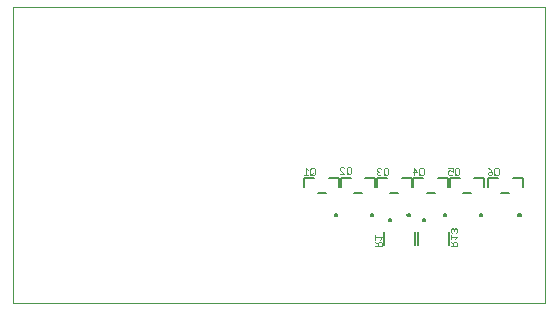
<source format=gbo>
G75*
%MOIN*%
%OFA0B0*%
%FSLAX25Y25*%
%IPPOS*%
%LPD*%
%AMOC8*
5,1,8,0,0,1.08239X$1,22.5*
%
%ADD10C,0.00000*%
%ADD11C,0.00787*%
%ADD12C,0.00500*%
%ADD13C,0.00200*%
D10*
X0050250Y0057425D02*
X0050250Y0155850D01*
X0227415Y0155850D01*
X0227415Y0057425D01*
X0050250Y0057425D01*
D11*
X0157376Y0086593D02*
X0157378Y0086632D01*
X0157384Y0086671D01*
X0157394Y0086709D01*
X0157407Y0086746D01*
X0157424Y0086781D01*
X0157444Y0086815D01*
X0157468Y0086846D01*
X0157495Y0086875D01*
X0157524Y0086901D01*
X0157556Y0086924D01*
X0157590Y0086944D01*
X0157626Y0086960D01*
X0157663Y0086972D01*
X0157702Y0086981D01*
X0157741Y0086986D01*
X0157780Y0086987D01*
X0157819Y0086984D01*
X0157858Y0086977D01*
X0157895Y0086966D01*
X0157932Y0086952D01*
X0157967Y0086934D01*
X0158000Y0086913D01*
X0158031Y0086888D01*
X0158059Y0086861D01*
X0158084Y0086831D01*
X0158106Y0086798D01*
X0158125Y0086764D01*
X0158140Y0086728D01*
X0158152Y0086690D01*
X0158160Y0086652D01*
X0158164Y0086613D01*
X0158164Y0086573D01*
X0158160Y0086534D01*
X0158152Y0086496D01*
X0158140Y0086458D01*
X0158125Y0086422D01*
X0158106Y0086388D01*
X0158084Y0086355D01*
X0158059Y0086325D01*
X0158031Y0086298D01*
X0158000Y0086273D01*
X0157967Y0086252D01*
X0157932Y0086234D01*
X0157895Y0086220D01*
X0157858Y0086209D01*
X0157819Y0086202D01*
X0157780Y0086199D01*
X0157741Y0086200D01*
X0157702Y0086205D01*
X0157663Y0086214D01*
X0157626Y0086226D01*
X0157590Y0086242D01*
X0157556Y0086262D01*
X0157524Y0086285D01*
X0157495Y0086311D01*
X0157468Y0086340D01*
X0157444Y0086371D01*
X0157424Y0086405D01*
X0157407Y0086440D01*
X0157394Y0086477D01*
X0157384Y0086515D01*
X0157378Y0086554D01*
X0157376Y0086593D01*
X0169492Y0086593D02*
X0169494Y0086632D01*
X0169500Y0086671D01*
X0169510Y0086709D01*
X0169523Y0086746D01*
X0169540Y0086781D01*
X0169560Y0086815D01*
X0169584Y0086846D01*
X0169611Y0086875D01*
X0169640Y0086901D01*
X0169672Y0086924D01*
X0169706Y0086944D01*
X0169742Y0086960D01*
X0169779Y0086972D01*
X0169818Y0086981D01*
X0169857Y0086986D01*
X0169896Y0086987D01*
X0169935Y0086984D01*
X0169974Y0086977D01*
X0170011Y0086966D01*
X0170048Y0086952D01*
X0170083Y0086934D01*
X0170116Y0086913D01*
X0170147Y0086888D01*
X0170175Y0086861D01*
X0170200Y0086831D01*
X0170222Y0086798D01*
X0170241Y0086764D01*
X0170256Y0086728D01*
X0170268Y0086690D01*
X0170276Y0086652D01*
X0170280Y0086613D01*
X0170280Y0086573D01*
X0170276Y0086534D01*
X0170268Y0086496D01*
X0170256Y0086458D01*
X0170241Y0086422D01*
X0170222Y0086388D01*
X0170200Y0086355D01*
X0170175Y0086325D01*
X0170147Y0086298D01*
X0170116Y0086273D01*
X0170083Y0086252D01*
X0170048Y0086234D01*
X0170011Y0086220D01*
X0169974Y0086209D01*
X0169935Y0086202D01*
X0169896Y0086199D01*
X0169857Y0086200D01*
X0169818Y0086205D01*
X0169779Y0086214D01*
X0169742Y0086226D01*
X0169706Y0086242D01*
X0169672Y0086262D01*
X0169640Y0086285D01*
X0169611Y0086311D01*
X0169584Y0086340D01*
X0169560Y0086371D01*
X0169540Y0086405D01*
X0169523Y0086440D01*
X0169510Y0086477D01*
X0169500Y0086515D01*
X0169494Y0086554D01*
X0169492Y0086593D01*
X0175488Y0084868D02*
X0175490Y0084907D01*
X0175496Y0084946D01*
X0175506Y0084984D01*
X0175519Y0085021D01*
X0175536Y0085056D01*
X0175556Y0085090D01*
X0175580Y0085121D01*
X0175607Y0085150D01*
X0175636Y0085176D01*
X0175668Y0085199D01*
X0175702Y0085219D01*
X0175738Y0085235D01*
X0175775Y0085247D01*
X0175814Y0085256D01*
X0175853Y0085261D01*
X0175892Y0085262D01*
X0175931Y0085259D01*
X0175970Y0085252D01*
X0176007Y0085241D01*
X0176044Y0085227D01*
X0176079Y0085209D01*
X0176112Y0085188D01*
X0176143Y0085163D01*
X0176171Y0085136D01*
X0176196Y0085106D01*
X0176218Y0085073D01*
X0176237Y0085039D01*
X0176252Y0085003D01*
X0176264Y0084965D01*
X0176272Y0084927D01*
X0176276Y0084888D01*
X0176276Y0084848D01*
X0176272Y0084809D01*
X0176264Y0084771D01*
X0176252Y0084733D01*
X0176237Y0084697D01*
X0176218Y0084663D01*
X0176196Y0084630D01*
X0176171Y0084600D01*
X0176143Y0084573D01*
X0176112Y0084548D01*
X0176079Y0084527D01*
X0176044Y0084509D01*
X0176007Y0084495D01*
X0175970Y0084484D01*
X0175931Y0084477D01*
X0175892Y0084474D01*
X0175853Y0084475D01*
X0175814Y0084480D01*
X0175775Y0084489D01*
X0175738Y0084501D01*
X0175702Y0084517D01*
X0175668Y0084537D01*
X0175636Y0084560D01*
X0175607Y0084586D01*
X0175580Y0084615D01*
X0175556Y0084646D01*
X0175536Y0084680D01*
X0175519Y0084715D01*
X0175506Y0084752D01*
X0175496Y0084790D01*
X0175490Y0084829D01*
X0175488Y0084868D01*
X0181608Y0086618D02*
X0181610Y0086657D01*
X0181616Y0086696D01*
X0181626Y0086734D01*
X0181639Y0086771D01*
X0181656Y0086806D01*
X0181676Y0086840D01*
X0181700Y0086871D01*
X0181727Y0086900D01*
X0181756Y0086926D01*
X0181788Y0086949D01*
X0181822Y0086969D01*
X0181858Y0086985D01*
X0181895Y0086997D01*
X0181934Y0087006D01*
X0181973Y0087011D01*
X0182012Y0087012D01*
X0182051Y0087009D01*
X0182090Y0087002D01*
X0182127Y0086991D01*
X0182164Y0086977D01*
X0182199Y0086959D01*
X0182232Y0086938D01*
X0182263Y0086913D01*
X0182291Y0086886D01*
X0182316Y0086856D01*
X0182338Y0086823D01*
X0182357Y0086789D01*
X0182372Y0086753D01*
X0182384Y0086715D01*
X0182392Y0086677D01*
X0182396Y0086638D01*
X0182396Y0086598D01*
X0182392Y0086559D01*
X0182384Y0086521D01*
X0182372Y0086483D01*
X0182357Y0086447D01*
X0182338Y0086413D01*
X0182316Y0086380D01*
X0182291Y0086350D01*
X0182263Y0086323D01*
X0182232Y0086298D01*
X0182199Y0086277D01*
X0182164Y0086259D01*
X0182127Y0086245D01*
X0182090Y0086234D01*
X0182051Y0086227D01*
X0182012Y0086224D01*
X0181973Y0086225D01*
X0181934Y0086230D01*
X0181895Y0086239D01*
X0181858Y0086251D01*
X0181822Y0086267D01*
X0181788Y0086287D01*
X0181756Y0086310D01*
X0181727Y0086336D01*
X0181700Y0086365D01*
X0181676Y0086396D01*
X0181656Y0086430D01*
X0181639Y0086465D01*
X0181626Y0086502D01*
X0181616Y0086540D01*
X0181610Y0086579D01*
X0181608Y0086618D01*
X0186738Y0084868D02*
X0186740Y0084907D01*
X0186746Y0084946D01*
X0186756Y0084984D01*
X0186769Y0085021D01*
X0186786Y0085056D01*
X0186806Y0085090D01*
X0186830Y0085121D01*
X0186857Y0085150D01*
X0186886Y0085176D01*
X0186918Y0085199D01*
X0186952Y0085219D01*
X0186988Y0085235D01*
X0187025Y0085247D01*
X0187064Y0085256D01*
X0187103Y0085261D01*
X0187142Y0085262D01*
X0187181Y0085259D01*
X0187220Y0085252D01*
X0187257Y0085241D01*
X0187294Y0085227D01*
X0187329Y0085209D01*
X0187362Y0085188D01*
X0187393Y0085163D01*
X0187421Y0085136D01*
X0187446Y0085106D01*
X0187468Y0085073D01*
X0187487Y0085039D01*
X0187502Y0085003D01*
X0187514Y0084965D01*
X0187522Y0084927D01*
X0187526Y0084888D01*
X0187526Y0084848D01*
X0187522Y0084809D01*
X0187514Y0084771D01*
X0187502Y0084733D01*
X0187487Y0084697D01*
X0187468Y0084663D01*
X0187446Y0084630D01*
X0187421Y0084600D01*
X0187393Y0084573D01*
X0187362Y0084548D01*
X0187329Y0084527D01*
X0187294Y0084509D01*
X0187257Y0084495D01*
X0187220Y0084484D01*
X0187181Y0084477D01*
X0187142Y0084474D01*
X0187103Y0084475D01*
X0187064Y0084480D01*
X0187025Y0084489D01*
X0186988Y0084501D01*
X0186952Y0084517D01*
X0186918Y0084537D01*
X0186886Y0084560D01*
X0186857Y0084586D01*
X0186830Y0084615D01*
X0186806Y0084646D01*
X0186786Y0084680D01*
X0186769Y0084715D01*
X0186756Y0084752D01*
X0186746Y0084790D01*
X0186740Y0084829D01*
X0186738Y0084868D01*
X0193724Y0086618D02*
X0193726Y0086657D01*
X0193732Y0086696D01*
X0193742Y0086734D01*
X0193755Y0086771D01*
X0193772Y0086806D01*
X0193792Y0086840D01*
X0193816Y0086871D01*
X0193843Y0086900D01*
X0193872Y0086926D01*
X0193904Y0086949D01*
X0193938Y0086969D01*
X0193974Y0086985D01*
X0194011Y0086997D01*
X0194050Y0087006D01*
X0194089Y0087011D01*
X0194128Y0087012D01*
X0194167Y0087009D01*
X0194206Y0087002D01*
X0194243Y0086991D01*
X0194280Y0086977D01*
X0194315Y0086959D01*
X0194348Y0086938D01*
X0194379Y0086913D01*
X0194407Y0086886D01*
X0194432Y0086856D01*
X0194454Y0086823D01*
X0194473Y0086789D01*
X0194488Y0086753D01*
X0194500Y0086715D01*
X0194508Y0086677D01*
X0194512Y0086638D01*
X0194512Y0086598D01*
X0194508Y0086559D01*
X0194500Y0086521D01*
X0194488Y0086483D01*
X0194473Y0086447D01*
X0194454Y0086413D01*
X0194432Y0086380D01*
X0194407Y0086350D01*
X0194379Y0086323D01*
X0194348Y0086298D01*
X0194315Y0086277D01*
X0194280Y0086259D01*
X0194243Y0086245D01*
X0194206Y0086234D01*
X0194167Y0086227D01*
X0194128Y0086224D01*
X0194089Y0086225D01*
X0194050Y0086230D01*
X0194011Y0086239D01*
X0193974Y0086251D01*
X0193938Y0086267D01*
X0193904Y0086287D01*
X0193872Y0086310D01*
X0193843Y0086336D01*
X0193816Y0086365D01*
X0193792Y0086396D01*
X0193772Y0086430D01*
X0193755Y0086465D01*
X0193742Y0086502D01*
X0193732Y0086540D01*
X0193726Y0086579D01*
X0193724Y0086618D01*
X0205840Y0086618D02*
X0205842Y0086657D01*
X0205848Y0086696D01*
X0205858Y0086734D01*
X0205871Y0086771D01*
X0205888Y0086806D01*
X0205908Y0086840D01*
X0205932Y0086871D01*
X0205959Y0086900D01*
X0205988Y0086926D01*
X0206020Y0086949D01*
X0206054Y0086969D01*
X0206090Y0086985D01*
X0206127Y0086997D01*
X0206166Y0087006D01*
X0206205Y0087011D01*
X0206244Y0087012D01*
X0206283Y0087009D01*
X0206322Y0087002D01*
X0206359Y0086991D01*
X0206396Y0086977D01*
X0206431Y0086959D01*
X0206464Y0086938D01*
X0206495Y0086913D01*
X0206523Y0086886D01*
X0206548Y0086856D01*
X0206570Y0086823D01*
X0206589Y0086789D01*
X0206604Y0086753D01*
X0206616Y0086715D01*
X0206624Y0086677D01*
X0206628Y0086638D01*
X0206628Y0086598D01*
X0206624Y0086559D01*
X0206616Y0086521D01*
X0206604Y0086483D01*
X0206589Y0086447D01*
X0206570Y0086413D01*
X0206548Y0086380D01*
X0206523Y0086350D01*
X0206495Y0086323D01*
X0206464Y0086298D01*
X0206431Y0086277D01*
X0206396Y0086259D01*
X0206359Y0086245D01*
X0206322Y0086234D01*
X0206283Y0086227D01*
X0206244Y0086224D01*
X0206205Y0086225D01*
X0206166Y0086230D01*
X0206127Y0086239D01*
X0206090Y0086251D01*
X0206054Y0086267D01*
X0206020Y0086287D01*
X0205988Y0086310D01*
X0205959Y0086336D01*
X0205932Y0086365D01*
X0205908Y0086396D01*
X0205888Y0086430D01*
X0205871Y0086465D01*
X0205858Y0086502D01*
X0205848Y0086540D01*
X0205842Y0086579D01*
X0205840Y0086618D01*
X0218581Y0086618D02*
X0218583Y0086657D01*
X0218589Y0086696D01*
X0218599Y0086734D01*
X0218612Y0086771D01*
X0218629Y0086806D01*
X0218649Y0086840D01*
X0218673Y0086871D01*
X0218700Y0086900D01*
X0218729Y0086926D01*
X0218761Y0086949D01*
X0218795Y0086969D01*
X0218831Y0086985D01*
X0218868Y0086997D01*
X0218907Y0087006D01*
X0218946Y0087011D01*
X0218985Y0087012D01*
X0219024Y0087009D01*
X0219063Y0087002D01*
X0219100Y0086991D01*
X0219137Y0086977D01*
X0219172Y0086959D01*
X0219205Y0086938D01*
X0219236Y0086913D01*
X0219264Y0086886D01*
X0219289Y0086856D01*
X0219311Y0086823D01*
X0219330Y0086789D01*
X0219345Y0086753D01*
X0219357Y0086715D01*
X0219365Y0086677D01*
X0219369Y0086638D01*
X0219369Y0086598D01*
X0219365Y0086559D01*
X0219357Y0086521D01*
X0219345Y0086483D01*
X0219330Y0086447D01*
X0219311Y0086413D01*
X0219289Y0086380D01*
X0219264Y0086350D01*
X0219236Y0086323D01*
X0219205Y0086298D01*
X0219172Y0086277D01*
X0219137Y0086259D01*
X0219100Y0086245D01*
X0219063Y0086234D01*
X0219024Y0086227D01*
X0218985Y0086224D01*
X0218946Y0086225D01*
X0218907Y0086230D01*
X0218868Y0086239D01*
X0218831Y0086251D01*
X0218795Y0086267D01*
X0218761Y0086287D01*
X0218729Y0086310D01*
X0218700Y0086336D01*
X0218673Y0086365D01*
X0218649Y0086396D01*
X0218629Y0086430D01*
X0218612Y0086465D01*
X0218599Y0086502D01*
X0218589Y0086540D01*
X0218583Y0086579D01*
X0218581Y0086618D01*
D12*
X0215550Y0093901D02*
X0212952Y0093901D01*
X0208503Y0095968D02*
X0208503Y0099019D01*
X0211810Y0099019D01*
X0207258Y0099019D02*
X0207258Y0095968D01*
X0207258Y0099019D02*
X0203951Y0099019D01*
X0199069Y0099019D02*
X0195762Y0099019D01*
X0195762Y0095968D01*
X0195142Y0095968D02*
X0195142Y0099019D01*
X0191835Y0099019D01*
X0186953Y0099019D02*
X0183646Y0099019D01*
X0183646Y0095968D01*
X0183026Y0095968D02*
X0183026Y0099019D01*
X0179719Y0099019D01*
X0174837Y0099019D02*
X0171530Y0099019D01*
X0171530Y0095968D01*
X0170909Y0095944D02*
X0170909Y0098995D01*
X0167602Y0098995D01*
X0162720Y0098995D02*
X0159413Y0098995D01*
X0159413Y0095944D01*
X0158793Y0095944D02*
X0158793Y0098995D01*
X0155486Y0098995D01*
X0150604Y0098995D02*
X0147297Y0098995D01*
X0147297Y0095944D01*
X0151746Y0093877D02*
X0154344Y0093877D01*
X0163862Y0093877D02*
X0166461Y0093877D01*
X0175978Y0093901D02*
X0178577Y0093901D01*
X0188094Y0093901D02*
X0190693Y0093901D01*
X0200211Y0093901D02*
X0202809Y0093901D01*
X0216692Y0099019D02*
X0219999Y0099019D01*
X0219999Y0095968D01*
X0195502Y0080840D02*
X0195502Y0076510D01*
X0184998Y0076510D02*
X0184998Y0080840D01*
X0184252Y0080840D02*
X0184252Y0076510D01*
X0173748Y0076510D02*
X0173748Y0080840D01*
D13*
X0173146Y0079180D02*
X0170944Y0079180D01*
X0170944Y0078446D02*
X0170944Y0079914D01*
X0172412Y0078446D02*
X0173146Y0079180D01*
X0172779Y0077704D02*
X0172045Y0077704D01*
X0171678Y0077337D01*
X0171678Y0076236D01*
X0170944Y0076236D02*
X0173146Y0076236D01*
X0173146Y0077337D01*
X0172779Y0077704D01*
X0171678Y0076970D02*
X0170944Y0077704D01*
X0196106Y0077737D02*
X0196840Y0077003D01*
X0196840Y0077370D02*
X0196840Y0076269D01*
X0196106Y0076269D02*
X0198308Y0076269D01*
X0198308Y0077370D01*
X0197941Y0077737D01*
X0197207Y0077737D01*
X0196840Y0077370D01*
X0197574Y0078479D02*
X0198308Y0079213D01*
X0196106Y0079213D01*
X0196106Y0078479D02*
X0196106Y0079947D01*
X0196473Y0080689D02*
X0196106Y0081056D01*
X0196106Y0081790D01*
X0196473Y0082157D01*
X0196840Y0082157D01*
X0197207Y0081790D01*
X0197207Y0081423D01*
X0197207Y0081790D02*
X0197574Y0082157D01*
X0197941Y0082157D01*
X0198308Y0081790D01*
X0198308Y0081056D01*
X0197941Y0080689D01*
X0197799Y0100025D02*
X0198533Y0100025D01*
X0198900Y0100392D01*
X0198900Y0101860D01*
X0198533Y0102227D01*
X0197799Y0102227D01*
X0197432Y0101860D01*
X0197432Y0100392D01*
X0197799Y0100025D01*
X0197432Y0100025D02*
X0198166Y0100759D01*
X0196690Y0101126D02*
X0195956Y0101493D01*
X0195589Y0101493D01*
X0195222Y0101126D01*
X0195222Y0100392D01*
X0195589Y0100025D01*
X0196323Y0100025D01*
X0196690Y0100392D01*
X0196690Y0101126D02*
X0196690Y0102227D01*
X0195222Y0102227D01*
X0187025Y0101860D02*
X0187025Y0100392D01*
X0186658Y0100025D01*
X0185924Y0100025D01*
X0185557Y0100392D01*
X0185557Y0101860D01*
X0185924Y0102227D01*
X0186658Y0102227D01*
X0187025Y0101860D01*
X0186291Y0100759D02*
X0185557Y0100025D01*
X0184815Y0101126D02*
X0183347Y0101126D01*
X0183714Y0102227D02*
X0184815Y0101126D01*
X0183714Y0100025D02*
X0183714Y0102227D01*
X0175150Y0101860D02*
X0175150Y0100392D01*
X0174783Y0100025D01*
X0174049Y0100025D01*
X0173682Y0100392D01*
X0173682Y0101860D01*
X0174049Y0102227D01*
X0174783Y0102227D01*
X0175150Y0101860D01*
X0174416Y0100759D02*
X0173682Y0100025D01*
X0172940Y0100392D02*
X0172573Y0100025D01*
X0171839Y0100025D01*
X0171472Y0100392D01*
X0171472Y0100759D01*
X0171839Y0101126D01*
X0172206Y0101126D01*
X0171839Y0101126D02*
X0171472Y0101493D01*
X0171472Y0101860D01*
X0171839Y0102227D01*
X0172573Y0102227D01*
X0172940Y0101860D01*
X0162857Y0102145D02*
X0162857Y0100677D01*
X0162490Y0100310D01*
X0161756Y0100310D01*
X0161389Y0100677D01*
X0161389Y0102145D01*
X0161756Y0102512D01*
X0162490Y0102512D01*
X0162857Y0102145D01*
X0162123Y0101044D02*
X0161389Y0100310D01*
X0160647Y0100310D02*
X0159179Y0101778D01*
X0159179Y0102145D01*
X0159546Y0102512D01*
X0160280Y0102512D01*
X0160647Y0102145D01*
X0160647Y0100310D02*
X0159179Y0100310D01*
X0150775Y0100392D02*
X0150408Y0100025D01*
X0149674Y0100025D01*
X0149307Y0100392D01*
X0149307Y0101860D01*
X0149674Y0102227D01*
X0150408Y0102227D01*
X0150775Y0101860D01*
X0150775Y0100392D01*
X0150041Y0100759D02*
X0149307Y0100025D01*
X0148565Y0100025D02*
X0147097Y0100025D01*
X0147831Y0100025D02*
X0147831Y0102227D01*
X0148565Y0101493D01*
X0208347Y0100759D02*
X0208714Y0101126D01*
X0209815Y0101126D01*
X0209815Y0100392D01*
X0209448Y0100025D01*
X0208714Y0100025D01*
X0208347Y0100392D01*
X0208347Y0100759D01*
X0209081Y0101860D02*
X0209815Y0101126D01*
X0209081Y0101860D02*
X0208347Y0102227D01*
X0210557Y0101860D02*
X0210557Y0100392D01*
X0210924Y0100025D01*
X0211658Y0100025D01*
X0212025Y0100392D01*
X0212025Y0101860D01*
X0211658Y0102227D01*
X0210924Y0102227D01*
X0210557Y0101860D01*
X0211291Y0100759D02*
X0210557Y0100025D01*
M02*

</source>
